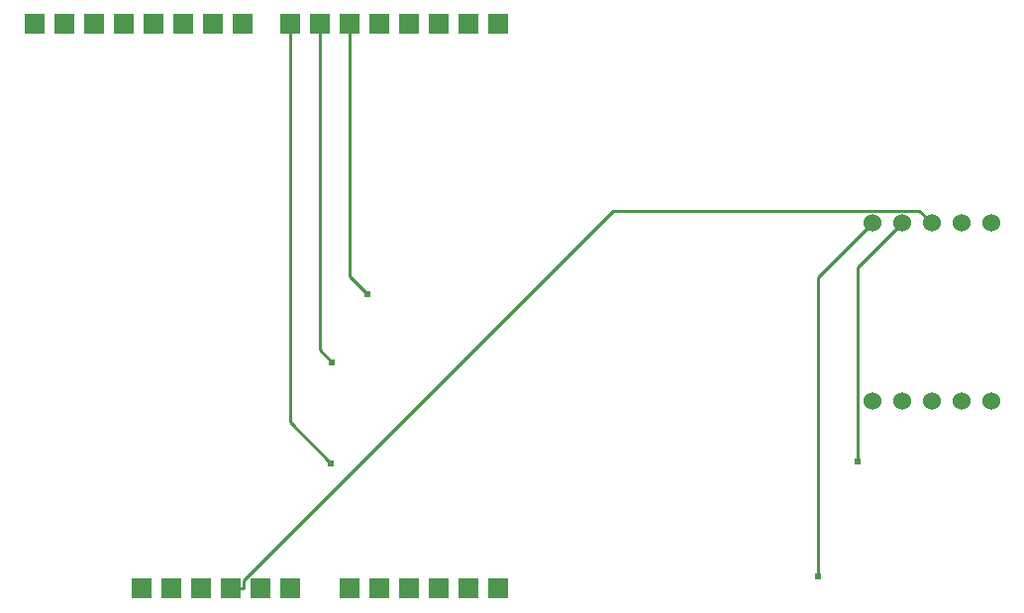
<source format=gbl>
G04 Layer: BottomLayer*
G04 EasyEDA v6.5.46, 2025-06-25 09:17:09*
G04 c32a7bcbb03645a88eb5fb473b9f6d41,a0a929ee5348484eab1505e8ec72bbe5,10*
G04 Gerber Generator version 0.2*
G04 Scale: 100 percent, Rotated: No, Reflected: No *
G04 Dimensions in millimeters *
G04 leading zeros omitted , absolute positions ,4 integer and 5 decimal *
%FSLAX45Y45*%
%MOMM*%

%ADD10C,0.2540*%
%ADD11C,1.5240*%
%ADD12R,1.6764X1.6764*%
%ADD13C,0.6096*%

%LPD*%
D10*
X6654800Y9182100D02*
G01*
X6654800Y7026503D01*
X6810908Y6870395D01*
X6400800Y9182100D02*
G01*
X6400800Y6395694D01*
X6509029Y6287465D01*
X11379200Y7480300D02*
G01*
X11004473Y7105573D01*
X11004473Y5445785D01*
X6146800Y9182100D02*
G01*
X6146800Y5779770D01*
X6500571Y5425998D01*
X11125200Y7480300D02*
G01*
X10664774Y7019874D01*
X10664774Y4457700D01*
X5750585Y4356100D02*
G01*
X5750585Y4425569D01*
X8910878Y7585862D01*
X11527637Y7585862D01*
X11633200Y7480300D01*
X5638800Y4356100D02*
G01*
X5750585Y4356100D01*
D11*
G01*
X11125200Y5956300D03*
G01*
X11379200Y5956300D03*
G01*
X11633200Y5956300D03*
G01*
X11887200Y5956300D03*
G01*
X12141200Y5956300D03*
G01*
X12141200Y7480300D03*
G01*
X11887200Y7480300D03*
G01*
X11633200Y7480300D03*
G01*
X11379200Y7480300D03*
G01*
X11125200Y7480300D03*
D12*
G01*
X6908800Y9182100D03*
G01*
X6654800Y4356100D03*
G01*
X7162800Y9182100D03*
G01*
X7416800Y9182100D03*
G01*
X7670800Y9182100D03*
G01*
X7924800Y9182100D03*
G01*
X6654800Y9182100D03*
G01*
X6400800Y9182100D03*
G01*
X6146800Y9182100D03*
G01*
X5740400Y9182100D03*
G01*
X5486400Y9182100D03*
G01*
X5232400Y9182100D03*
G01*
X4978400Y9182100D03*
G01*
X4724400Y9182100D03*
G01*
X4470400Y9182100D03*
G01*
X4216400Y9182100D03*
G01*
X3962400Y9182100D03*
G01*
X6908800Y4356100D03*
G01*
X7162800Y4356100D03*
G01*
X7416800Y4356100D03*
G01*
X7670800Y4356100D03*
G01*
X7924800Y4356100D03*
G01*
X6146800Y4356100D03*
G01*
X5892800Y4356100D03*
G01*
X5638800Y4356100D03*
G01*
X5384800Y4356100D03*
G01*
X5130800Y4356100D03*
G01*
X4876800Y4356100D03*
D13*
G01*
X6810908Y6870395D03*
G01*
X6509029Y6287465D03*
G01*
X11004473Y5445785D03*
G01*
X6500571Y5425998D03*
G01*
X10664774Y4457700D03*
M02*

</source>
